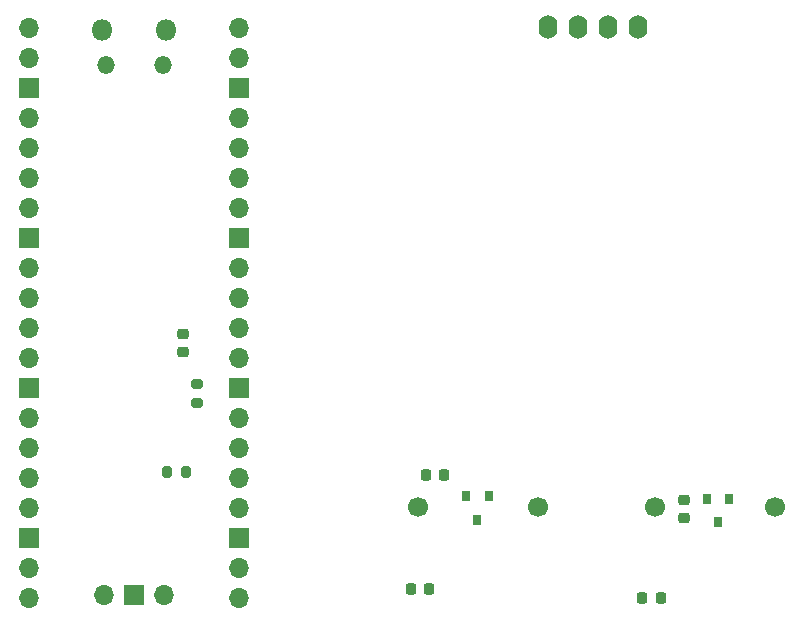
<source format=gbr>
%TF.GenerationSoftware,KiCad,Pcbnew,(7.0.0-0)*%
%TF.CreationDate,2023-02-22T19:20:36-06:00*%
%TF.ProjectId,first_keeb,66697273-745f-46b6-9565-622e6b696361,rev?*%
%TF.SameCoordinates,Original*%
%TF.FileFunction,Soldermask,Bot*%
%TF.FilePolarity,Negative*%
%FSLAX46Y46*%
G04 Gerber Fmt 4.6, Leading zero omitted, Abs format (unit mm)*
G04 Created by KiCad (PCBNEW (7.0.0-0)) date 2023-02-22 19:20:36*
%MOMM*%
%LPD*%
G01*
G04 APERTURE LIST*
G04 Aperture macros list*
%AMRoundRect*
0 Rectangle with rounded corners*
0 $1 Rounding radius*
0 $2 $3 $4 $5 $6 $7 $8 $9 X,Y pos of 4 corners*
0 Add a 4 corners polygon primitive as box body*
4,1,4,$2,$3,$4,$5,$6,$7,$8,$9,$2,$3,0*
0 Add four circle primitives for the rounded corners*
1,1,$1+$1,$2,$3*
1,1,$1+$1,$4,$5*
1,1,$1+$1,$6,$7*
1,1,$1+$1,$8,$9*
0 Add four rect primitives between the rounded corners*
20,1,$1+$1,$2,$3,$4,$5,0*
20,1,$1+$1,$4,$5,$6,$7,0*
20,1,$1+$1,$6,$7,$8,$9,0*
20,1,$1+$1,$8,$9,$2,$3,0*%
G04 Aperture macros list end*
%ADD10RoundRect,0.200000X0.200000X0.275000X-0.200000X0.275000X-0.200000X-0.275000X0.200000X-0.275000X0*%
%ADD11RoundRect,0.200000X0.275000X-0.200000X0.275000X0.200000X-0.275000X0.200000X-0.275000X-0.200000X0*%
%ADD12RoundRect,0.225000X-0.250000X0.225000X-0.250000X-0.225000X0.250000X-0.225000X0.250000X0.225000X0*%
%ADD13RoundRect,0.225000X0.225000X0.250000X-0.225000X0.250000X-0.225000X-0.250000X0.225000X-0.250000X0*%
%ADD14RoundRect,0.225000X0.250000X-0.225000X0.250000X0.225000X-0.250000X0.225000X-0.250000X-0.225000X0*%
%ADD15C,1.700000*%
%ADD16R,0.800000X0.900000*%
%ADD17O,1.600000X2.000000*%
%ADD18O,1.700000X1.700000*%
%ADD19R,1.700000X1.700000*%
%ADD20O,1.500000X1.500000*%
%ADD21O,1.800000X1.800000*%
G04 APERTURE END LIST*
D10*
%TO.C,PULL*%
X47740000Y-102100000D03*
X46090000Y-102100000D03*
%TD*%
D11*
%TO.C,PULL*%
X48630000Y-96295000D03*
X48630000Y-94645000D03*
%TD*%
D12*
%TO.C,CUP*%
X89890000Y-105995000D03*
X89890000Y-104445000D03*
%TD*%
D13*
%TO.C,CUP*%
X69545000Y-102340000D03*
X67995000Y-102340000D03*
%TD*%
D14*
%TO.C,RST*%
X47450000Y-91965000D03*
X47450000Y-90415000D03*
%TD*%
D13*
%TO.C,CUP*%
X87885000Y-112780000D03*
X86335000Y-112780000D03*
%TD*%
%TO.C,CUP*%
X68270000Y-112030000D03*
X66720000Y-112030000D03*
%TD*%
D15*
%TO.C,REF\u002A\u002A*%
X67380000Y-105080000D03*
X77540000Y-105080000D03*
%TD*%
%TO.C,REF\u002A\u002A*%
X87380000Y-105080000D03*
X97540000Y-105080000D03*
%TD*%
D16*
%TO.C,SENS*%
X72369999Y-106169999D03*
X73319999Y-104169999D03*
X71419999Y-104169999D03*
%TD*%
%TO.C,REF\u002A\u002A*%
X92729999Y-106369999D03*
X93679999Y-104369999D03*
X91779999Y-104369999D03*
%TD*%
D17*
%TO.C,SSD1306*%
X80919999Y-64399999D03*
X78379999Y-64399999D03*
X83459999Y-64399999D03*
X85999999Y-64399999D03*
%TD*%
D18*
%TO.C,U1*%
X45859999Y-112554999D03*
D19*
X43319999Y-112554999D03*
D18*
X40779999Y-112554999D03*
X52209999Y-64524999D03*
X52209999Y-67064999D03*
D19*
X52209999Y-69604999D03*
D18*
X52209999Y-72144999D03*
X52209999Y-74684999D03*
X52209999Y-77224999D03*
X52209999Y-79764999D03*
D19*
X52209999Y-82304999D03*
D18*
X52209999Y-84844999D03*
X52209999Y-87384999D03*
X52209999Y-89924999D03*
X52209999Y-92464999D03*
D19*
X52209999Y-95004999D03*
D18*
X52209999Y-97544999D03*
X52209999Y-100084999D03*
X52209999Y-102624999D03*
X52209999Y-105164999D03*
D19*
X52209999Y-107704999D03*
D18*
X52209999Y-110244999D03*
X52209999Y-112784999D03*
X34429999Y-112784999D03*
X34429999Y-110244999D03*
D19*
X34429999Y-107704999D03*
D18*
X34429999Y-105164999D03*
X34429999Y-102624999D03*
X34429999Y-100084999D03*
X34429999Y-97544999D03*
D19*
X34429999Y-95004999D03*
D18*
X34429999Y-92464999D03*
X34429999Y-89924999D03*
X34429999Y-87384999D03*
X34429999Y-84844999D03*
D19*
X34429999Y-82304999D03*
D18*
X34429999Y-79764999D03*
X34429999Y-77224999D03*
X34429999Y-74684999D03*
X34429999Y-72144999D03*
D19*
X34429999Y-69604999D03*
D18*
X34429999Y-67064999D03*
X34429999Y-64524999D03*
D20*
X45744999Y-67684999D03*
X40894999Y-67684999D03*
D21*
X40594999Y-64654999D03*
X46044999Y-64654999D03*
%TD*%
M02*

</source>
